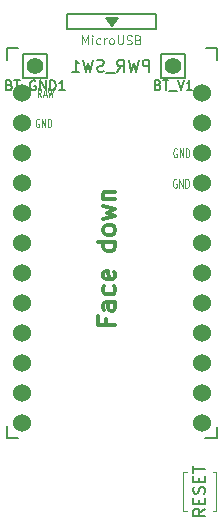
<source format=gbr>
%TF.GenerationSoftware,KiCad,Pcbnew,(6.0.2-0)*%
%TF.CreationDate,2022-03-18T21:56:11-05:00*%
%TF.ProjectId,Exkeylibur,45786b65-796c-4696-9275-722e6b696361,rev?*%
%TF.SameCoordinates,Original*%
%TF.FileFunction,Legend,Top*%
%TF.FilePolarity,Positive*%
%FSLAX46Y46*%
G04 Gerber Fmt 4.6, Leading zero omitted, Abs format (unit mm)*
G04 Created by KiCad (PCBNEW (6.0.2-0)) date 2022-03-18 21:56:11*
%MOMM*%
%LPD*%
G01*
G04 APERTURE LIST*
%ADD10C,0.300000*%
%ADD11C,0.125000*%
%ADD12C,0.120000*%
%ADD13C,0.150000*%
%ADD14C,1.524000*%
%ADD15C,1.397000*%
G04 APERTURE END LIST*
D10*
X138210392Y-71834069D02*
X138210392Y-72334069D01*
X138996106Y-72334069D02*
X137496106Y-72334069D01*
X137496106Y-71619783D01*
X138996106Y-70405497D02*
X138210392Y-70405497D01*
X138067535Y-70476926D01*
X137996106Y-70619783D01*
X137996106Y-70905497D01*
X138067535Y-71048354D01*
X138924677Y-70405497D02*
X138996106Y-70548354D01*
X138996106Y-70905497D01*
X138924677Y-71048354D01*
X138781820Y-71119783D01*
X138638963Y-71119783D01*
X138496106Y-71048354D01*
X138424677Y-70905497D01*
X138424677Y-70548354D01*
X138353249Y-70405497D01*
X138924677Y-69048354D02*
X138996106Y-69191212D01*
X138996106Y-69476926D01*
X138924677Y-69619783D01*
X138853249Y-69691212D01*
X138710392Y-69762640D01*
X138281820Y-69762640D01*
X138138963Y-69691212D01*
X138067535Y-69619783D01*
X137996106Y-69476926D01*
X137996106Y-69191212D01*
X138067535Y-69048354D01*
X138924677Y-67834069D02*
X138996106Y-67976926D01*
X138996106Y-68262640D01*
X138924677Y-68405497D01*
X138781820Y-68476926D01*
X138210392Y-68476926D01*
X138067535Y-68405497D01*
X137996106Y-68262640D01*
X137996106Y-67976926D01*
X138067535Y-67834069D01*
X138210392Y-67762640D01*
X138353249Y-67762640D01*
X138496106Y-68476926D01*
X138996106Y-65334069D02*
X137496106Y-65334069D01*
X138924677Y-65334069D02*
X138996106Y-65476926D01*
X138996106Y-65762640D01*
X138924677Y-65905497D01*
X138853249Y-65976926D01*
X138710392Y-66048354D01*
X138281820Y-66048354D01*
X138138963Y-65976926D01*
X138067535Y-65905497D01*
X137996106Y-65762640D01*
X137996106Y-65476926D01*
X138067535Y-65334069D01*
X138996106Y-64405497D02*
X138924677Y-64548354D01*
X138853249Y-64619783D01*
X138710392Y-64691212D01*
X138281820Y-64691212D01*
X138138963Y-64619783D01*
X138067535Y-64548354D01*
X137996106Y-64405497D01*
X137996106Y-64191212D01*
X138067535Y-64048354D01*
X138138963Y-63976926D01*
X138281820Y-63905497D01*
X138710392Y-63905497D01*
X138853249Y-63976926D01*
X138924677Y-64048354D01*
X138996106Y-64191212D01*
X138996106Y-64405497D01*
X137996106Y-63405497D02*
X138996106Y-63119783D01*
X138281820Y-62834069D01*
X138996106Y-62548354D01*
X137996106Y-62262640D01*
X137996106Y-61691212D02*
X138996106Y-61691212D01*
X138138963Y-61691212D02*
X138067535Y-61619783D01*
X137996106Y-61476926D01*
X137996106Y-61262640D01*
X138067535Y-61119783D01*
X138210392Y-61048354D01*
X138996106Y-61048354D01*
D11*
%TO.C,U1*%
X132709910Y-53055710D02*
X132543244Y-52698567D01*
X132424196Y-53055710D02*
X132424196Y-52305710D01*
X132614672Y-52305710D01*
X132662291Y-52341425D01*
X132686101Y-52377139D01*
X132709910Y-52448567D01*
X132709910Y-52555710D01*
X132686101Y-52627139D01*
X132662291Y-52662853D01*
X132614672Y-52698567D01*
X132424196Y-52698567D01*
X132900387Y-52841425D02*
X133138482Y-52841425D01*
X132852768Y-53055710D02*
X133019434Y-52305710D01*
X133186101Y-53055710D01*
X133305149Y-52305710D02*
X133424196Y-53055710D01*
X133519434Y-52519996D01*
X133614672Y-53055710D01*
X133733720Y-52305710D01*
D12*
X136204729Y-48583285D02*
X136204729Y-47833285D01*
X136454729Y-48369000D01*
X136704729Y-47833285D01*
X136704729Y-48583285D01*
X137061872Y-48583285D02*
X137061872Y-48083285D01*
X137061872Y-47833285D02*
X137026158Y-47869000D01*
X137061872Y-47904714D01*
X137097586Y-47869000D01*
X137061872Y-47833285D01*
X137061872Y-47904714D01*
X137740443Y-48547571D02*
X137669015Y-48583285D01*
X137526158Y-48583285D01*
X137454729Y-48547571D01*
X137419015Y-48511857D01*
X137383300Y-48440428D01*
X137383300Y-48226142D01*
X137419015Y-48154714D01*
X137454729Y-48119000D01*
X137526158Y-48083285D01*
X137669015Y-48083285D01*
X137740443Y-48119000D01*
X138061872Y-48583285D02*
X138061872Y-48083285D01*
X138061872Y-48226142D02*
X138097586Y-48154714D01*
X138133300Y-48119000D01*
X138204729Y-48083285D01*
X138276158Y-48083285D01*
X138633300Y-48583285D02*
X138561872Y-48547571D01*
X138526158Y-48511857D01*
X138490443Y-48440428D01*
X138490443Y-48226142D01*
X138526158Y-48154714D01*
X138561872Y-48119000D01*
X138633300Y-48083285D01*
X138740443Y-48083285D01*
X138811872Y-48119000D01*
X138847586Y-48154714D01*
X138883300Y-48226142D01*
X138883300Y-48440428D01*
X138847586Y-48511857D01*
X138811872Y-48547571D01*
X138740443Y-48583285D01*
X138633300Y-48583285D01*
X139204729Y-47833285D02*
X139204729Y-48440428D01*
X139240443Y-48511857D01*
X139276158Y-48547571D01*
X139347586Y-48583285D01*
X139490443Y-48583285D01*
X139561872Y-48547571D01*
X139597586Y-48511857D01*
X139633300Y-48440428D01*
X139633300Y-47833285D01*
X139954729Y-48547571D02*
X140061872Y-48583285D01*
X140240443Y-48583285D01*
X140311872Y-48547571D01*
X140347586Y-48511857D01*
X140383300Y-48440428D01*
X140383300Y-48369000D01*
X140347586Y-48297571D01*
X140311872Y-48261857D01*
X140240443Y-48226142D01*
X140097586Y-48190428D01*
X140026158Y-48154714D01*
X139990443Y-48119000D01*
X139954729Y-48047571D01*
X139954729Y-47976142D01*
X139990443Y-47904714D01*
X140026158Y-47869000D01*
X140097586Y-47833285D01*
X140276158Y-47833285D01*
X140383300Y-47869000D01*
X140954729Y-48190428D02*
X141061872Y-48226142D01*
X141097586Y-48261857D01*
X141133300Y-48333285D01*
X141133300Y-48440428D01*
X141097586Y-48511857D01*
X141061872Y-48547571D01*
X140990443Y-48583285D01*
X140704729Y-48583285D01*
X140704729Y-47833285D01*
X140954729Y-47833285D01*
X141026158Y-47869000D01*
X141061872Y-47904714D01*
X141097586Y-47976142D01*
X141097586Y-48047571D01*
X141061872Y-48119000D01*
X141026158Y-48154714D01*
X140954729Y-48190428D01*
X140704729Y-48190428D01*
D11*
X144200205Y-57439000D02*
X144152586Y-57403285D01*
X144081158Y-57403285D01*
X144009729Y-57439000D01*
X143962110Y-57510428D01*
X143938300Y-57581857D01*
X143914491Y-57724714D01*
X143914491Y-57831857D01*
X143938300Y-57974714D01*
X143962110Y-58046142D01*
X144009729Y-58117571D01*
X144081158Y-58153285D01*
X144128777Y-58153285D01*
X144200205Y-58117571D01*
X144224015Y-58081857D01*
X144224015Y-57831857D01*
X144128777Y-57831857D01*
X144438300Y-58153285D02*
X144438300Y-57403285D01*
X144724015Y-58153285D01*
X144724015Y-57403285D01*
X144962110Y-58153285D02*
X144962110Y-57403285D01*
X145081158Y-57403285D01*
X145152586Y-57439000D01*
X145200205Y-57510428D01*
X145224015Y-57581857D01*
X145247824Y-57724714D01*
X145247824Y-57831857D01*
X145224015Y-57974714D01*
X145200205Y-58046142D01*
X145152586Y-58117571D01*
X145081158Y-58153285D01*
X144962110Y-58153285D01*
D13*
D11*
X144180205Y-60019000D02*
X144132586Y-59983285D01*
X144061158Y-59983285D01*
X143989729Y-60019000D01*
X143942110Y-60090428D01*
X143918300Y-60161857D01*
X143894491Y-60304714D01*
X143894491Y-60411857D01*
X143918300Y-60554714D01*
X143942110Y-60626142D01*
X143989729Y-60697571D01*
X144061158Y-60733285D01*
X144108777Y-60733285D01*
X144180205Y-60697571D01*
X144204015Y-60661857D01*
X144204015Y-60411857D01*
X144108777Y-60411857D01*
X144418300Y-60733285D02*
X144418300Y-59983285D01*
X144704015Y-60733285D01*
X144704015Y-59983285D01*
X144942110Y-60733285D02*
X144942110Y-59983285D01*
X145061158Y-59983285D01*
X145132586Y-60019000D01*
X145180205Y-60090428D01*
X145204015Y-60161857D01*
X145227824Y-60304714D01*
X145227824Y-60411857D01*
X145204015Y-60554714D01*
X145180205Y-60626142D01*
X145132586Y-60697571D01*
X145061158Y-60733285D01*
X144942110Y-60733285D01*
X132550205Y-54909000D02*
X132502586Y-54873285D01*
X132431158Y-54873285D01*
X132359729Y-54909000D01*
X132312110Y-54980428D01*
X132288300Y-55051857D01*
X132264491Y-55194714D01*
X132264491Y-55301857D01*
X132288300Y-55444714D01*
X132312110Y-55516142D01*
X132359729Y-55587571D01*
X132431158Y-55623285D01*
X132478777Y-55623285D01*
X132550205Y-55587571D01*
X132574015Y-55551857D01*
X132574015Y-55301857D01*
X132478777Y-55301857D01*
X132788300Y-55623285D02*
X132788300Y-54873285D01*
X133074015Y-55623285D01*
X133074015Y-54873285D01*
X133312110Y-55623285D02*
X133312110Y-54873285D01*
X133431158Y-54873285D01*
X133502586Y-54909000D01*
X133550205Y-54980428D01*
X133574015Y-55051857D01*
X133597824Y-55194714D01*
X133597824Y-55301857D01*
X133574015Y-55444714D01*
X133550205Y-55516142D01*
X133502586Y-55587571D01*
X133431158Y-55623285D01*
X133312110Y-55623285D01*
D13*
%TO.C,BT_V1*%
X142608925Y-52028154D02*
X142725039Y-52066859D01*
X142763744Y-52105564D01*
X142802449Y-52182973D01*
X142802449Y-52299088D01*
X142763744Y-52376497D01*
X142725039Y-52415202D01*
X142647630Y-52453907D01*
X142337992Y-52453907D01*
X142337992Y-51641107D01*
X142608925Y-51641107D01*
X142686335Y-51679812D01*
X142725039Y-51718516D01*
X142763744Y-51795926D01*
X142763744Y-51873335D01*
X142725039Y-51950745D01*
X142686335Y-51989450D01*
X142608925Y-52028154D01*
X142337992Y-52028154D01*
X143034677Y-51641107D02*
X143499135Y-51641107D01*
X143266906Y-52453907D02*
X143266906Y-51641107D01*
X143576544Y-52531316D02*
X144195820Y-52531316D01*
X144273230Y-51641107D02*
X144544163Y-52453907D01*
X144815096Y-51641107D01*
X145511782Y-52453907D02*
X145047325Y-52453907D01*
X145279554Y-52453907D02*
X145279554Y-51641107D01*
X145202144Y-51757221D01*
X145124735Y-51834631D01*
X145047325Y-51873335D01*
%TO.C,BT_GND1*%
X130034715Y-52028154D02*
X130150830Y-52066859D01*
X130189535Y-52105564D01*
X130228239Y-52182973D01*
X130228239Y-52299088D01*
X130189535Y-52376497D01*
X130150830Y-52415202D01*
X130073420Y-52453907D01*
X129763782Y-52453907D01*
X129763782Y-51641107D01*
X130034715Y-51641107D01*
X130112125Y-51679812D01*
X130150830Y-51718516D01*
X130189535Y-51795926D01*
X130189535Y-51873335D01*
X130150830Y-51950745D01*
X130112125Y-51989450D01*
X130034715Y-52028154D01*
X129763782Y-52028154D01*
X130460468Y-51641107D02*
X130924925Y-51641107D01*
X130692696Y-52453907D02*
X130692696Y-51641107D01*
X131002335Y-52531316D02*
X131621611Y-52531316D01*
X132240887Y-51679812D02*
X132163477Y-51641107D01*
X132047363Y-51641107D01*
X131931249Y-51679812D01*
X131853839Y-51757221D01*
X131815135Y-51834631D01*
X131776430Y-51989450D01*
X131776430Y-52105564D01*
X131815135Y-52260383D01*
X131853839Y-52337792D01*
X131931249Y-52415202D01*
X132047363Y-52453907D01*
X132124773Y-52453907D01*
X132240887Y-52415202D01*
X132279592Y-52376497D01*
X132279592Y-52105564D01*
X132124773Y-52105564D01*
X132627935Y-52453907D02*
X132627935Y-51641107D01*
X133092392Y-52453907D01*
X133092392Y-51641107D01*
X133479439Y-52453907D02*
X133479439Y-51641107D01*
X133672963Y-51641107D01*
X133789077Y-51679812D01*
X133866487Y-51757221D01*
X133905192Y-51834631D01*
X133943896Y-51989450D01*
X133943896Y-52105564D01*
X133905192Y-52260383D01*
X133866487Y-52337792D01*
X133789077Y-52415202D01*
X133672963Y-52453907D01*
X133479439Y-52453907D01*
X134717992Y-52453907D02*
X134253535Y-52453907D01*
X134485763Y-52453907D02*
X134485763Y-51641107D01*
X134408354Y-51757221D01*
X134330944Y-51834631D01*
X134253535Y-51873335D01*
%TO.C,PWR_SW1*%
X141888520Y-50901305D02*
X141888520Y-49901305D01*
X141507567Y-49901305D01*
X141412329Y-49948925D01*
X141364710Y-49996544D01*
X141317091Y-50091782D01*
X141317091Y-50234639D01*
X141364710Y-50329877D01*
X141412329Y-50377496D01*
X141507567Y-50425115D01*
X141888520Y-50425115D01*
X140983758Y-49901305D02*
X140745663Y-50901305D01*
X140555186Y-50187020D01*
X140364710Y-50901305D01*
X140126615Y-49901305D01*
X139174234Y-50901305D02*
X139507567Y-50425115D01*
X139745663Y-50901305D02*
X139745663Y-49901305D01*
X139364710Y-49901305D01*
X139269472Y-49948925D01*
X139221853Y-49996544D01*
X139174234Y-50091782D01*
X139174234Y-50234639D01*
X139221853Y-50329877D01*
X139269472Y-50377496D01*
X139364710Y-50425115D01*
X139745663Y-50425115D01*
X138983758Y-50996544D02*
X138221853Y-50996544D01*
X138031377Y-50853686D02*
X137888520Y-50901305D01*
X137650425Y-50901305D01*
X137555186Y-50853686D01*
X137507567Y-50806067D01*
X137459948Y-50710829D01*
X137459948Y-50615591D01*
X137507567Y-50520353D01*
X137555186Y-50472734D01*
X137650425Y-50425115D01*
X137840901Y-50377496D01*
X137936139Y-50329877D01*
X137983758Y-50282258D01*
X138031377Y-50187020D01*
X138031377Y-50091782D01*
X137983758Y-49996544D01*
X137936139Y-49948925D01*
X137840901Y-49901305D01*
X137602805Y-49901305D01*
X137459948Y-49948925D01*
X137126615Y-49901305D02*
X136888520Y-50901305D01*
X136698044Y-50187020D01*
X136507567Y-50901305D01*
X136269472Y-49901305D01*
X135364710Y-50901305D02*
X135936139Y-50901305D01*
X135650425Y-50901305D02*
X135650425Y-49901305D01*
X135745663Y-50044163D01*
X135840901Y-50139401D01*
X135936139Y-50187020D01*
%TO.C,RSW1*%
X146584380Y-87906072D02*
X146108190Y-88239406D01*
X146584380Y-88477501D02*
X145584380Y-88477501D01*
X145584380Y-88096549D01*
X145632000Y-88001311D01*
X145679619Y-87953692D01*
X145774857Y-87906072D01*
X145917714Y-87906072D01*
X146012952Y-87953692D01*
X146060571Y-88001311D01*
X146108190Y-88096549D01*
X146108190Y-88477501D01*
X146060571Y-87477501D02*
X146060571Y-87144168D01*
X146584380Y-87001311D02*
X146584380Y-87477501D01*
X145584380Y-87477501D01*
X145584380Y-87001311D01*
X146536761Y-86620358D02*
X146584380Y-86477501D01*
X146584380Y-86239406D01*
X146536761Y-86144168D01*
X146489142Y-86096549D01*
X146393904Y-86048930D01*
X146298666Y-86048930D01*
X146203428Y-86096549D01*
X146155809Y-86144168D01*
X146108190Y-86239406D01*
X146060571Y-86429882D01*
X146012952Y-86525120D01*
X145965333Y-86572739D01*
X145870095Y-86620358D01*
X145774857Y-86620358D01*
X145679619Y-86572739D01*
X145632000Y-86525120D01*
X145584380Y-86429882D01*
X145584380Y-86191787D01*
X145632000Y-86048930D01*
X146060571Y-85620358D02*
X146060571Y-85287025D01*
X146584380Y-85144168D02*
X146584380Y-85620358D01*
X145584380Y-85620358D01*
X145584380Y-85144168D01*
X145584380Y-84858453D02*
X145584380Y-84287025D01*
X146584380Y-84572739D02*
X145584380Y-84572739D01*
%TO.C,U1*%
X134951158Y-45994000D02*
X134951158Y-47294000D01*
X138351158Y-46494000D02*
X139051158Y-46494000D01*
X129801158Y-48894000D02*
X129801158Y-49894000D01*
X147601158Y-48894000D02*
X146651158Y-48894000D01*
X147601158Y-80944000D02*
X147601158Y-81944000D01*
X138451158Y-46644000D02*
X138951158Y-46644000D01*
X134951158Y-47294000D02*
X142451158Y-47294000D01*
X129801158Y-80894000D02*
X129801158Y-81944000D01*
X138701158Y-46994000D02*
X138201158Y-46344000D01*
X142451158Y-47294000D02*
X142451158Y-45994000D01*
X147601158Y-48894000D02*
X147601158Y-49894000D01*
X138201158Y-46344000D02*
X139201158Y-46344000D01*
X138551158Y-46794000D02*
X138851158Y-46794000D01*
X142451158Y-45994000D02*
X134951158Y-45994000D01*
X129801158Y-48894000D02*
X130801158Y-48894000D01*
X129801158Y-81944000D02*
X130801158Y-81944000D01*
X139201158Y-46344000D02*
X138701158Y-46994000D01*
X147601158Y-81944000D02*
X146591158Y-81944000D01*
D12*
%TO.C,RSW1*%
X147530425Y-84796425D02*
X147530425Y-88096425D01*
X145030425Y-84796425D02*
X144730425Y-84796425D01*
X147530425Y-88096425D02*
X147230425Y-88096425D01*
X144730425Y-88096425D02*
X145030425Y-88096425D01*
X144730425Y-84796425D02*
X144730425Y-88096425D01*
X147230425Y-84796425D02*
X147530425Y-84796425D01*
D13*
%TO.C,BT_V1*%
X144905535Y-51435212D02*
X144905535Y-49435212D01*
X142905535Y-49435212D02*
X142905535Y-51435212D01*
X142905535Y-51435212D02*
X144905535Y-51435212D01*
X144905535Y-49435212D02*
X142905535Y-49435212D01*
%TO.C,BT_GND1*%
X131221535Y-49435212D02*
X131221535Y-51435212D01*
X133221535Y-51435212D02*
X133221535Y-49435212D01*
X131221535Y-51435212D02*
X133221535Y-51435212D01*
X133221535Y-49435212D02*
X131221535Y-49435212D01*
%TD*%
D14*
%TO.C,U1*%
X131092558Y-52716000D03*
X131092558Y-55256000D03*
X131092558Y-57796000D03*
X131092558Y-60336000D03*
X131092558Y-62876000D03*
X131092558Y-65416000D03*
X131092558Y-67956000D03*
X131092558Y-70496000D03*
X131092558Y-73036000D03*
X131092558Y-75576000D03*
X131092558Y-78116000D03*
X131092558Y-80656000D03*
X146312558Y-80656000D03*
X146312558Y-78116000D03*
X146312558Y-75576000D03*
X146312558Y-73036000D03*
X146312558Y-70496000D03*
X146312558Y-67956000D03*
X146312558Y-65416000D03*
X146312558Y-62876000D03*
X146312558Y-60336000D03*
X146312558Y-57796000D03*
X146312558Y-55256000D03*
X146312558Y-52716000D03*
%TD*%
D15*
%TO.C,BT_V1*%
X143905535Y-50435212D03*
%TD*%
%TO.C,BT_GND1*%
X132221535Y-50435212D03*
%TD*%
M02*

</source>
